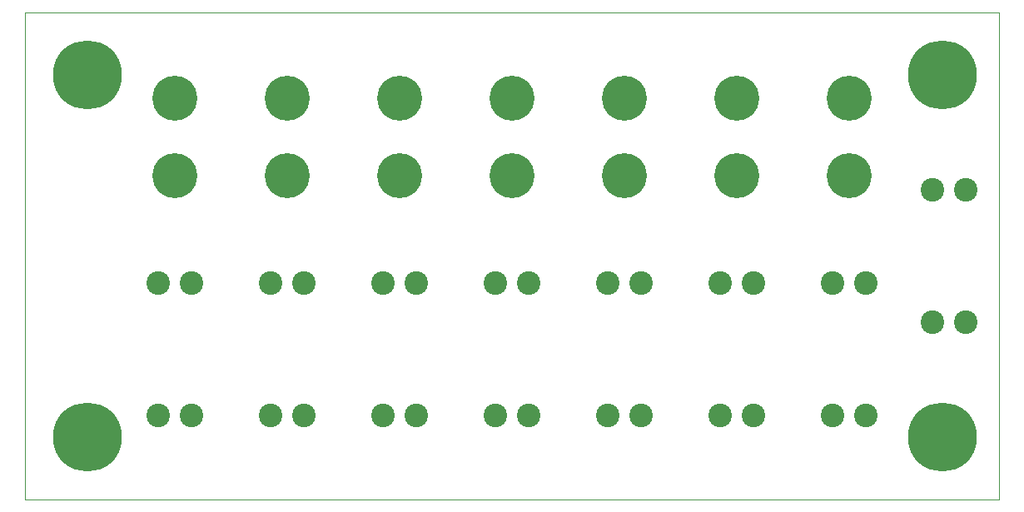
<source format=gbr>
G04 #@! TF.FileFunction,Soldermask,Top*
%FSLAX46Y46*%
G04 Gerber Fmt 4.6, Leading zero omitted, Abs format (unit mm)*
G04 Created by KiCad (PCBNEW 4.0.6) date 06/22/17 12:13:26*
%MOMM*%
%LPD*%
G01*
G04 APERTURE LIST*
%ADD10C,0.100000*%
%ADD11C,7.000000*%
%ADD12C,2.400000*%
%ADD13C,4.572000*%
G04 APERTURE END LIST*
D10*
X91440000Y-77470000D02*
X97790000Y-77470000D01*
X97790000Y-127000000D02*
X91440000Y-127000000D01*
X184150000Y-127000000D02*
X190500000Y-127000000D01*
X184150000Y-77470000D02*
X190500000Y-77470000D01*
X91440000Y-127000000D02*
X91440000Y-77470000D01*
X184150000Y-127000000D02*
X97790000Y-127000000D01*
X190500000Y-77470000D02*
X190500000Y-127000000D01*
X97790000Y-77470000D02*
X184150000Y-77470000D01*
D11*
X184785000Y-83820000D03*
X97790000Y-83820000D03*
X97790000Y-120650000D03*
D12*
X108380000Y-105025000D03*
X104980000Y-105025000D03*
X108380000Y-118495000D03*
X104980000Y-118495000D03*
X119810000Y-105025000D03*
X116410000Y-105025000D03*
X119810000Y-118495000D03*
X116410000Y-118495000D03*
X131240000Y-105025000D03*
X127840000Y-105025000D03*
X131240000Y-118495000D03*
X127840000Y-118495000D03*
X142670000Y-105025000D03*
X139270000Y-105025000D03*
X142670000Y-118495000D03*
X139270000Y-118495000D03*
X154100000Y-105025000D03*
X150700000Y-105025000D03*
X154100000Y-118495000D03*
X150700000Y-118495000D03*
X165530000Y-105025000D03*
X162130000Y-105025000D03*
X165530000Y-118495000D03*
X162130000Y-118495000D03*
X176960000Y-105025000D03*
X173560000Y-105025000D03*
X176960000Y-118495000D03*
X173560000Y-118495000D03*
D13*
X106680000Y-94107000D03*
X106680000Y-86233000D03*
X118110000Y-94107000D03*
X118110000Y-86233000D03*
X129540000Y-94107000D03*
X129540000Y-86233000D03*
X140970000Y-94107000D03*
X140970000Y-86233000D03*
X152400000Y-94107000D03*
X152400000Y-86233000D03*
X163830000Y-94107000D03*
X163830000Y-86233000D03*
X175260000Y-94107000D03*
X175260000Y-86233000D03*
D11*
X184785000Y-120650000D03*
D12*
X183720000Y-108970000D03*
X187120000Y-108970000D03*
X183720000Y-95500000D03*
X187120000Y-95500000D03*
M02*

</source>
